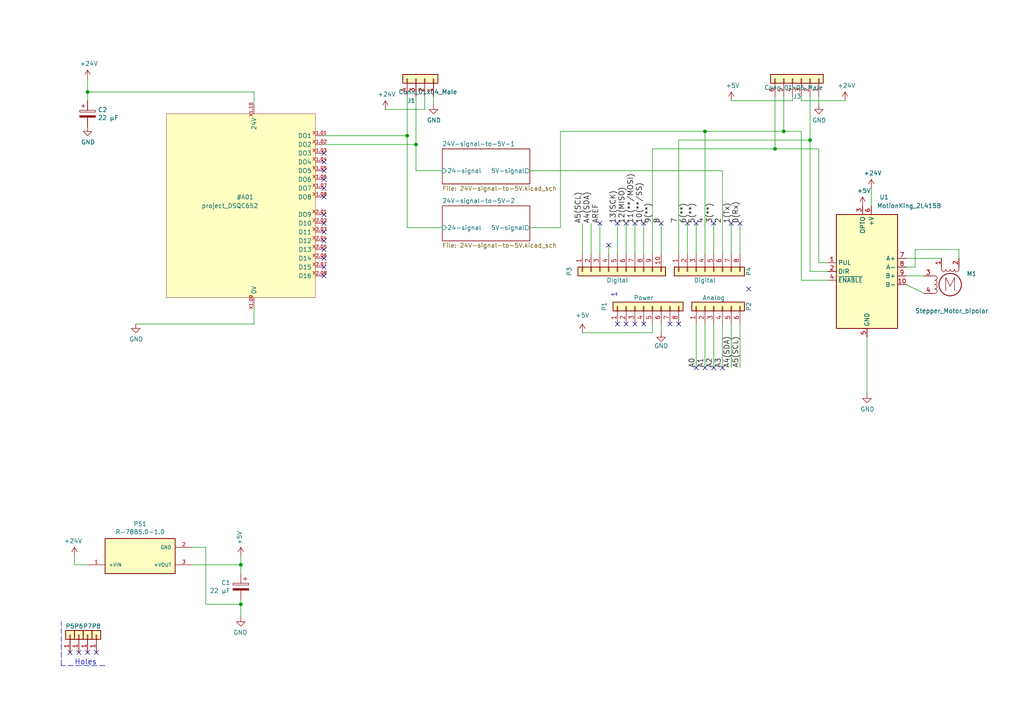
<source format=kicad_sch>
(kicad_sch (version 20211123) (generator eeschema)
  (paper "A4")
  (title_block (title "EXTRUDER CONTROL") (date "2021-11-01") (company "bioDigital Matter Lab") (comment 1 "Anton Tetov"))
  (lib_symbols
    (symbol "Connector_Generic:Conn_01x01" (pin_names (offset 1.016) hide)
      (property "Reference" "J" (at 0 2.54 0))
      (property "Value" "Conn_01x01" (at 0 -2.54 0))
      (symbol "Conn_01x01_1_1"
        (rectangle (start -1.27 0.127) (end 0 -0.127) (stroke (width 0.1524)))
        (rectangle (start -1.27 1.27) (end 1.27 -1.27) (stroke (width 0.254)) (fill (type background)))
        (pin passive line (at -5.08 0 0) (length 3.81) (name "Pin_1") (number "1"))
      )
    )
    (symbol "Connector_Generic:Conn_01x04" (pin_names (offset 1.016) hide)
      (property "Reference" "J" (at 0 5.08 0))
      (property "Value" "Conn_01x04" (at 0 -7.62 0))
      (symbol "Conn_01x04_1_1"
        (rectangle (start -1.27 -4.953) (end 0 -5.207) (stroke (width 0.1524)))
        (rectangle (start -1.27 -2.413) (end 0 -2.667) (stroke (width 0.1524)))
        (rectangle (start -1.27 0.127) (end 0 -0.127) (stroke (width 0.1524)))
        (rectangle (start -1.27 2.667) (end 0 2.413) (stroke (width 0.1524)))
        (rectangle (start -1.27 3.81) (end 1.27 -6.35) (stroke (width 0.254)) (fill (type background)))
        (pin passive line (at -5.08 2.54 0) (length 3.81) (name "Pin_1") (number "1"))
        (pin passive line (at -5.08 0 0) (length 3.81) (name "Pin_2") (number "2"))
        (pin passive line (at -5.08 -2.54 0) (length 3.81) (name "Pin_3") (number "3"))
        (pin passive line (at -5.08 -5.08 0) (length 3.81) (name "Pin_4") (number "4"))
      )
    )
    (symbol "Connector_Generic:Conn_01x06" (pin_names (offset 1.016) hide)
      (property "Reference" "J" (at 0 7.62 0))
      (property "Value" "Conn_01x06" (at 0 -10.16 0))
      (symbol "Conn_01x06_1_1"
        (rectangle (start -1.27 -7.493) (end 0 -7.747) (stroke (width 0.1524)))
        (rectangle (start -1.27 -4.953) (end 0 -5.207) (stroke (width 0.1524)))
        (rectangle (start -1.27 -2.413) (end 0 -2.667) (stroke (width 0.1524)))
        (rectangle (start -1.27 0.127) (end 0 -0.127) (stroke (width 0.1524)))
        (rectangle (start -1.27 2.667) (end 0 2.413) (stroke (width 0.1524)))
        (rectangle (start -1.27 5.207) (end 0 4.953) (stroke (width 0.1524)))
        (rectangle (start -1.27 6.35) (end 1.27 -8.89) (stroke (width 0.254)) (fill (type background)))
        (pin passive line (at -5.08 5.08 0) (length 3.81) (name "Pin_1") (number "1"))
        (pin passive line (at -5.08 2.54 0) (length 3.81) (name "Pin_2") (number "2"))
        (pin passive line (at -5.08 0 0) (length 3.81) (name "Pin_3") (number "3"))
        (pin passive line (at -5.08 -2.54 0) (length 3.81) (name "Pin_4") (number "4"))
        (pin passive line (at -5.08 -5.08 0) (length 3.81) (name "Pin_5") (number "5"))
        (pin passive line (at -5.08 -7.62 0) (length 3.81) (name "Pin_6") (number "6"))
      )
    )
    (symbol "Connector_Generic:Conn_01x08" (pin_names (offset 1.016) hide)
      (property "Reference" "J" (at 0 10.16 0))
      (property "Value" "Conn_01x08" (at 0 -12.7 0))
      (symbol "Conn_01x08_1_1"
        (rectangle (start -1.27 -10.033) (end 0 -10.287) (stroke (width 0.1524)))
        (rectangle (start -1.27 -7.493) (end 0 -7.747) (stroke (width 0.1524)))
        (rectangle (start -1.27 -4.953) (end 0 -5.207) (stroke (width 0.1524)))
        (rectangle (start -1.27 -2.413) (end 0 -2.667) (stroke (width 0.1524)))
        (rectangle (start -1.27 0.127) (end 0 -0.127) (stroke (width 0.1524)))
        (rectangle (start -1.27 2.667) (end 0 2.413) (stroke (width 0.1524)))
        (rectangle (start -1.27 5.207) (end 0 4.953) (stroke (width 0.1524)))
        (rectangle (start -1.27 7.747) (end 0 7.493) (stroke (width 0.1524)))
        (rectangle (start -1.27 8.89) (end 1.27 -11.43) (stroke (width 0.254)) (fill (type background)))
        (pin passive line (at -5.08 7.62 0) (length 3.81) (name "Pin_1") (number "1"))
        (pin passive line (at -5.08 5.08 0) (length 3.81) (name "Pin_2") (number "2"))
        (pin passive line (at -5.08 2.54 0) (length 3.81) (name "Pin_3") (number "3"))
        (pin passive line (at -5.08 0 0) (length 3.81) (name "Pin_4") (number "4"))
        (pin passive line (at -5.08 -2.54 0) (length 3.81) (name "Pin_5") (number "5"))
        (pin passive line (at -5.08 -5.08 0) (length 3.81) (name "Pin_6") (number "6"))
        (pin passive line (at -5.08 -7.62 0) (length 3.81) (name "Pin_7") (number "7"))
        (pin passive line (at -5.08 -10.16 0) (length 3.81) (name "Pin_8") (number "8"))
      )
    )
    (symbol "Connector_Generic:Conn_01x10" (pin_names (offset 1.016) hide)
      (property "Reference" "J" (at 0 12.7 0))
      (property "Value" "Conn_01x10" (at 0 -15.24 0))
      (symbol "Conn_01x10_1_1"
        (rectangle (start -1.27 -12.573) (end 0 -12.827) (stroke (width 0.1524)))
        (rectangle (start -1.27 -10.033) (end 0 -10.287) (stroke (width 0.1524)))
        (rectangle (start -1.27 -7.493) (end 0 -7.747) (stroke (width 0.1524)))
        (rectangle (start -1.27 -4.953) (end 0 -5.207) (stroke (width 0.1524)))
        (rectangle (start -1.27 -2.413) (end 0 -2.667) (stroke (width 0.1524)))
        (rectangle (start -1.27 0.127) (end 0 -0.127) (stroke (width 0.1524)))
        (rectangle (start -1.27 2.667) (end 0 2.413) (stroke (width 0.1524)))
        (rectangle (start -1.27 5.207) (end 0 4.953) (stroke (width 0.1524)))
        (rectangle (start -1.27 7.747) (end 0 7.493) (stroke (width 0.1524)))
        (rectangle (start -1.27 10.287) (end 0 10.033) (stroke (width 0.1524)))
        (rectangle (start -1.27 11.43) (end 1.27 -13.97) (stroke (width 0.254)) (fill (type background)))
        (pin passive line (at -5.08 10.16 0) (length 3.81) (name "Pin_1") (number "1"))
        (pin passive line (at -5.08 -12.7 0) (length 3.81) (name "Pin_10") (number "10"))
        (pin passive line (at -5.08 7.62 0) (length 3.81) (name "Pin_2") (number "2"))
        (pin passive line (at -5.08 5.08 0) (length 3.81) (name "Pin_3") (number "3"))
        (pin passive line (at -5.08 2.54 0) (length 3.81) (name "Pin_4") (number "4"))
        (pin passive line (at -5.08 0 0) (length 3.81) (name "Pin_5") (number "5"))
        (pin passive line (at -5.08 -2.54 0) (length 3.81) (name "Pin_6") (number "6"))
        (pin passive line (at -5.08 -5.08 0) (length 3.81) (name "Pin_7") (number "7"))
        (pin passive line (at -5.08 -7.62 0) (length 3.81) (name "Pin_8") (number "8"))
        (pin passive line (at -5.08 -10.16 0) (length 3.81) (name "Pin_9") (number "9"))
      )
    )
    (symbol "Device:C_Polarized" (pin_numbers hide) (pin_names (offset 0.254))
      (property "Reference" "C" (at 0.635 2.54 0))
      (property "Value" "C_Polarized" (at 0.635 -2.54 0))
      (symbol "C_Polarized_0_1"
        (rectangle (start -2.286 0.508) (end 2.286 1.016))
        (polyline (pts (xy -1.778 2.286) (xy -0.762 2.286)))
        (polyline (pts (xy -1.27 2.794) (xy -1.27 1.778)))
        (rectangle (start 2.286 -0.508) (end -2.286 -1.016) (fill (type outline)))
      )
      (symbol "C_Polarized_1_1"
        (pin passive line (at 0 3.81 270) (length 2.794) (name "~") (number "1"))
        (pin passive line (at 0 -3.81 90) (length 2.794) (name "~") (number "2"))
      )
    )
    (symbol "Motor:Stepper_Motor_bipolar" (pin_names (offset 0) hide)
      (property "Reference" "M" (at 3.81 2.54 0))
      (property "Value" "Stepper_Motor_bipolar" (at 3.81 1.27 0))
      (symbol "Stepper_Motor_bipolar_0_0"
        (polyline (pts (xy -1.27 -1.778) (xy -1.27 2.032) (xy 0 -0.508) (xy 1.27 2.032) (xy 1.27 -1.778)))
      )
      (symbol "Stepper_Motor_bipolar_0_1"
        (arc (start -4.445 -2.54) (mid -3.81 -1.905) (end -4.445 -1.27))
        (arc (start -4.445 -1.27) (mid -3.81 -0.635) (end -4.445 0))
        (arc (start -4.445 0) (mid -3.81 0.635) (end -4.445 1.27))
        (arc (start -4.445 1.27) (mid -3.81 1.905) (end -4.445 2.54))
        (arc (start -2.54 4.445) (mid -1.905 3.81) (end -1.27 4.445))
        (arc (start -1.27 4.445) (mid -0.635 3.81) (end 0 4.445))
        (polyline (pts (xy -5.08 -2.54) (xy -4.445 -2.54)))
        (polyline (pts (xy -5.08 2.54) (xy -4.445 2.54)))
        (polyline (pts (xy -2.54 5.08) (xy -2.54 4.445)))
        (polyline (pts (xy 2.54 5.08) (xy 2.54 4.445)))
        (circle (center 0 0) (radius 3.2512) (stroke (width 0.254)))
        (arc (start 0 4.445) (mid 0.635 3.81) (end 1.27 4.445))
        (arc (start 1.27 4.445) (mid 1.905 3.81) (end 2.54 4.445))
      )
      (symbol "Stepper_Motor_bipolar_1_1"
        (pin passive line (at -2.54 7.62 270) (length 2.54) (name "~") (number "1"))
        (pin passive line (at 2.54 7.62 270) (length 2.54) (name "-") (number "2"))
        (pin passive line (at -7.62 2.54 0) (length 2.54) (name "~") (number "3"))
        (pin passive line (at -7.62 -2.54 0) (length 2.54) (name "~") (number "4"))
      )
    )
    (symbol "power:+24V" (power) (pin_names (offset 0))
      (property "Value" "+24V" (at 0 3.556 0))
      (symbol "+24V_0_1"
        (polyline (pts (xy -0.762 1.27) (xy 0 2.54)))
        (polyline (pts (xy 0 0) (xy 0 2.54)))
        (polyline (pts (xy 0 2.54) (xy 0.762 1.27)))
      )
      (symbol "+24V_1_1"
        (pin power_in line (at 0 0 90) (length 0) hide (name "+24V") (number "1"))
      )
    )
    (symbol "power:+5V" (power) (pin_names (offset 0))
      (property "Value" "+5V" (at 0 3.556 0))
      (symbol "+5V_0_1"
        (polyline (pts (xy -0.762 1.27) (xy 0 2.54)))
        (polyline (pts (xy 0 0) (xy 0 2.54)))
        (polyline (pts (xy 0 2.54) (xy 0.762 1.27)))
      )
      (symbol "+5V_1_1"
        (pin power_in line (at 0 0 90) (length 0) hide (name "+5V") (number "1"))
      )
    )
    (symbol "power:GND" (power) (pin_names (offset 0))
      (property "Value" "GND" (at 0 -3.81 0))
      (symbol "GND_0_1"
        (polyline (pts (xy 0 0) (xy 0 -1.27) (xy 1.27 -1.27) (xy 0 -2.54) (xy -1.27 -1.27) (xy 0 -1.27)))
      )
      (symbol "GND_1_1"
        (pin power_in line (at 0 0 270) (length 0) hide (name "GND") (number "1"))
      )
    )
    (symbol "project:DSQC652" (power) (pin_names (offset 1.016))
      (property "Value" "DSQC652" (at -16.51 27.94 0))
      (symbol "DSQC652_0_0"
        (pin output line (at 24.13 20.32 180) (length 2.54) (name "DO1") (number "X1.01"))
        (pin power_in line (at 3.81 -29.21 90) (length 2.54) (name "0V") (number "X1.09"))
        (pin power_out line (at 3.81 29.21 270) (length 2.54) (name "24V") (number "X1.10"))
      )
      (symbol "DSQC652_0_1"
        (rectangle (start 21.59 -26.67) (end -21.59 26.67) (stroke (width 0.1016)) (fill (type background)))
      )
      (symbol "DSQC652_1_1"
        (pin output line (at 24.13 17.78 180) (length 2.54) (name "DO2") (number "X1.02"))
        (pin output line (at 24.13 15.24 180) (length 2.54) (name "DO3") (number "X1.03"))
        (pin output line (at 24.13 12.7 180) (length 2.54) (name "DO4") (number "X1.04"))
        (pin output line (at 24.13 10.16 180) (length 2.54) (name "DO5") (number "X1.05"))
        (pin output line (at 24.13 7.62 180) (length 2.54) (name "DO6") (number "X1.06"))
        (pin output line (at 24.13 5.08 180) (length 2.54) (name "DO7") (number "X1.07"))
        (pin output line (at 24.13 2.54 180) (length 2.54) (name "DO8") (number "X1.08"))
        (pin output line (at 24.13 -2.54 180) (length 2.54) (name "DO9") (number "X2.01"))
        (pin output line (at 24.13 -5.08 180) (length 2.54) (name "D10") (number "X2.02"))
        (pin output line (at 24.13 -7.62 180) (length 2.54) (name "D11") (number "X2.03"))
        (pin output line (at 24.13 -10.16 180) (length 2.54) (name "D12") (number "X2.04"))
        (pin output line (at 24.13 -12.7 180) (length 2.54) (name "D13") (number "X2.05"))
        (pin output line (at 24.13 -15.24 180) (length 2.54) (name "D14") (number "X2.06"))
        (pin output line (at 24.13 -17.78 180) (length 2.54) (name "D15") (number "X2.07"))
        (pin output line (at 24.13 -20.32 180) (length 2.54) (name "D16") (number "X2.08"))
      )
    )
    (symbol "project:project_MotionKing_2L415B"
      (property "Reference" "A" (at 7.62 17.78 0))
      (property "Value" "project_MotionKing_2L415B" (at -3.81 17.78 0))
      (symbol "project_MotionKing_2L415B_0_1"
        (rectangle (start 8.89 -16.51) (end -8.89 16.51) (stroke (width 0.254)) (fill (type background)))
      )
      (symbol "project_MotionKing_2L415B_1_1"
        (pin input line (at -11.43 2.54 0) (length 2.54) (name "PUL") (number "1"))
        (pin output line (at 11.43 -3.81 180) (length 2.54) (name "B-") (number "10"))
        (pin input line (at -11.43 0 0) (length 2.54) (name "DIR") (number "2"))
        (pin power_in line (at -1.27 19.05 270) (length 2.54) (name "OPTO") (number "3"))
        (pin input line (at -11.43 -2.54 0) (length 2.54) (name "~{ENABLE}") (number "4"))
        (pin power_in line (at 0 -19.05 90) (length 2.54) (name "GND") (number "5"))
        (pin power_in line (at 1.27 19.05 270) (length 2.54) (name "+V") (number "6"))
        (pin output line (at 11.43 3.81 180) (length 2.54) (name "A+") (number "7"))
        (pin output line (at 11.43 1.27 180) (length 2.54) (name "A-") (number "8"))
        (pin output line (at 11.43 -1.27 180) (length 2.54) (name "B+") (number "9"))
      )
    )
    (symbol "project:project_R-78B5.0-1.0" (pin_names (offset 1.016))
      (property "Reference" "PS" (at -10.16 6.35 0))
      (property "Value" "project_R-78B5.0-1.0" (at -10.16 -7.62 0))
      (symbol "project_R-78B5.0-1.0_0_0"
        (rectangle (start -10.16 -5.08) (end 10.16 5.08) (stroke (width 0.254)) (fill (type background)))
        (pin input line (at -15.24 2.54 0) (length 5.08) (name "+VIN") (number "1"))
        (pin power_in line (at 15.24 -2.54 180) (length 5.08) (name "GND") (number "2"))
        (pin output line (at 15.24 2.54 180) (length 5.08) (name "+VOUT") (number "3"))
      )
    )
  )
  (junction (at 224.79 43.18))
  (junction (at 69.85 175.26))
  (junction (at 25.4 26.67))
  (junction (at 69.85 163.83))
  (junction (at 204.47 38.1))
  (junction (at 120.65 41.91))
  (junction (at 118.11 39.37))
  (junction (at 227.33 38.1))
  (junction (at 234.95 40.64))
  (no_connect (at 93.98 49.53))
  (no_connect (at 212.09 64.77))
  (no_connect (at 194.31 93.98))
  (no_connect (at 93.98 72.39))
  (no_connect (at 93.98 57.15))
  (no_connect (at 217.17 83.82))
  (no_connect (at 93.98 67.31))
  (no_connect (at 204.47 106.68))
  (no_connect (at 214.63 64.77))
  (no_connect (at 201.93 106.68))
  (no_connect (at 27.94 189.23))
  (no_connect (at 22.86 189.23))
  (no_connect (at 181.61 64.77))
  (no_connect (at 196.85 93.98))
  (no_connect (at 201.93 64.77))
  (no_connect (at 93.98 46.99))
  (no_connect (at 181.61 93.98))
  (no_connect (at 186.69 93.98))
  (no_connect (at 93.98 64.77))
  (no_connect (at 93.98 74.93))
  (no_connect (at 25.4 189.23))
  (no_connect (at 179.07 64.77))
  (no_connect (at 207.01 64.77))
  (no_connect (at 191.77 64.77))
  (no_connect (at 93.98 44.45))
  (no_connect (at 93.98 62.23))
  (no_connect (at 93.98 77.47))
  (no_connect (at 209.55 106.68))
  (no_connect (at 173.99 64.77))
  (no_connect (at 186.69 64.77))
  (no_connect (at 179.07 93.98))
  (no_connect (at 93.98 52.07))
  (no_connect (at 93.98 54.61))
  (no_connect (at 199.39 64.77))
  (no_connect (at 176.53 71.12))
  (no_connect (at 207.01 106.68))
  (no_connect (at 20.32 189.23))
  (no_connect (at 93.98 69.85))
  (no_connect (at 184.15 93.98))
  (no_connect (at 184.15 64.77))
  (no_connect (at 93.98 80.01))
  (wire (pts (xy 181.61 73.66) (xy 181.61 64.77)))
  (wire (pts (xy 69.85 163.83) (xy 69.85 166.37)))
  (wire (pts (xy 171.45 73.66) (xy 171.45 64.77)))
  (wire (pts (xy 212.09 29.21) (xy 229.87 29.21)))
  (wire (pts (xy 214.63 73.66) (xy 214.63 64.77)))
  (wire (pts (xy 69.85 175.26) (xy 69.85 179.07)))
  (wire (pts (xy 162.56 66.04) (xy 153.67 66.04)))
  (wire (pts (xy 128.27 49.53) (xy 120.65 49.53)))
  (wire (pts (xy 120.65 41.91) (xy 120.65 49.53)))
  (wire (pts (xy 212.09 73.66) (xy 212.09 64.77)))
  (wire (pts (xy 232.41 29.21) (xy 232.41 27.94)))
  (wire (pts (xy 201.93 93.98) (xy 201.93 106.68)))
  (wire (pts (xy 189.23 73.66) (xy 189.23 43.18)))
  (wire (pts (xy 191.77 93.98) (xy 191.77 96.52)))
  (wire (pts (xy 118.11 39.37) (xy 118.11 66.04)))
  (wire (pts (xy 186.69 73.66) (xy 186.69 64.77)))
  (wire (pts (xy 245.11 29.21) (xy 232.41 29.21)))
  (wire (pts (xy 69.85 161.29) (xy 69.85 163.83)))
  (wire (pts (xy 93.98 41.91) (xy 120.65 41.91)))
  (wire (pts (xy 173.99 73.66) (xy 173.99 64.77)))
  (wire (pts (xy 21.59 161.29) (xy 21.59 163.83)))
  (wire (pts (xy 234.95 78.74) (xy 240.03 78.74)))
  (wire (pts (xy 196.85 40.64) (xy 234.95 40.64)))
  (wire (pts (xy 209.55 49.53) (xy 153.67 49.53)))
  (wire (pts (xy 224.79 43.18) (xy 237.49 43.18)))
  (wire (pts (xy 237.49 76.2) (xy 240.03 76.2)))
  (wire (pts (xy 267.97 80.01) (xy 262.89 80.01)))
  (wire (pts (xy 189.23 96.52) (xy 168.91 96.52)))
  (polyline (pts (xy 30.48 193.04) (xy 17.78 193.04)))
  (wire (pts (xy 237.49 27.94) (xy 237.49 30.48)))
  (wire (pts (xy 265.43 72.39) (xy 265.43 77.47)))
  (wire (pts (xy 234.95 27.94) (xy 234.95 40.64)))
  (wire (pts (xy 59.69 158.75) (xy 55.88 158.75)))
  (wire (pts (xy 204.47 38.1) (xy 204.47 73.66)))
  (wire (pts (xy 212.09 93.98) (xy 212.09 106.68)))
  (wire (pts (xy 234.95 40.64) (xy 234.95 78.74)))
  (wire (pts (xy 93.98 39.37) (xy 118.11 39.37)))
  (wire (pts (xy 111.76 31.75) (xy 123.19 31.75)))
  (wire (pts (xy 214.63 93.98) (xy 214.63 106.68)))
  (wire (pts (xy 118.11 27.94) (xy 118.11 39.37)))
  (wire (pts (xy 73.66 93.98) (xy 73.66 88.9)))
  (wire (pts (xy 232.41 81.28) (xy 240.03 81.28)))
  (wire (pts (xy 251.46 97.79) (xy 251.46 114.3)))
  (wire (pts (xy 120.65 27.94) (xy 120.65 41.91)))
  (wire (pts (xy 69.85 173.99) (xy 69.85 175.26)))
  (wire (pts (xy 204.47 38.1) (xy 227.33 38.1)))
  (wire (pts (xy 59.69 175.26) (xy 69.85 175.26)))
  (wire (pts (xy 204.47 93.98) (xy 204.47 106.68)))
  (wire (pts (xy 189.23 43.18) (xy 224.79 43.18)))
  (wire (pts (xy 209.55 93.98) (xy 209.55 106.68)))
  (wire (pts (xy 199.39 64.77) (xy 199.39 73.66)))
  (wire (pts (xy 232.41 38.1) (xy 232.41 81.28)))
  (wire (pts (xy 25.4 26.67) (xy 73.66 26.67)))
  (wire (pts (xy 118.11 66.04) (xy 128.27 66.04)))
  (wire (pts (xy 204.47 38.1) (xy 162.56 38.1)))
  (wire (pts (xy 237.49 43.18) (xy 237.49 76.2)))
  (wire (pts (xy 196.85 40.64) (xy 196.85 73.66)))
  (wire (pts (xy 39.37 93.98) (xy 73.66 93.98)))
  (wire (pts (xy 207.01 93.98) (xy 207.01 106.68)))
  (wire (pts (xy 207.01 73.66) (xy 207.01 64.77)))
  (wire (pts (xy 191.77 73.66) (xy 191.77 64.77)))
  (wire (pts (xy 278.13 72.39) (xy 278.13 74.93)))
  (wire (pts (xy 262.89 82.55) (xy 267.97 85.09)))
  (wire (pts (xy 184.15 73.66) (xy 184.15 64.77)))
  (wire (pts (xy 229.87 29.21) (xy 229.87 27.94)))
  (wire (pts (xy 21.59 163.83) (xy 25.4 163.83)))
  (wire (pts (xy 162.56 38.1) (xy 162.56 66.04)))
  (wire (pts (xy 189.23 93.98) (xy 189.23 96.52)))
  (wire (pts (xy 227.33 38.1) (xy 227.33 27.94)))
  (polyline (pts (xy 17.78 193.04) (xy 17.78 180.34)))
  (wire (pts (xy 69.85 163.83) (xy 55.88 163.83)))
  (wire (pts (xy 252.73 54.61) (xy 252.73 59.69)))
  (wire (pts (xy 59.69 158.75) (xy 59.69 175.26)))
  (wire (pts (xy 201.93 73.66) (xy 201.93 64.77)))
  (wire (pts (xy 262.89 74.93) (xy 273.05 74.93)))
  (wire (pts (xy 25.4 26.67) (xy 25.4 22.86)))
  (wire (pts (xy 176.53 73.66) (xy 176.53 71.12)))
  (wire (pts (xy 265.43 72.39) (xy 278.13 72.39)))
  (wire (pts (xy 179.07 73.66) (xy 179.07 64.77)))
  (wire (pts (xy 125.73 27.94) (xy 125.73 30.48)))
  (wire (pts (xy 209.55 49.53) (xy 209.55 73.66)))
  (wire (pts (xy 262.89 77.47) (xy 265.43 77.47)))
  (wire (pts (xy 25.4 29.21) (xy 25.4 26.67)))
  (wire (pts (xy 224.79 27.94) (xy 224.79 43.18)))
  (wire (pts (xy 123.19 27.94) (xy 123.19 31.75)))
  (wire (pts (xy 227.33 38.1) (xy 232.41 38.1)))
  (wire (pts (xy 168.91 73.66) (xy 168.91 64.77)))
  (wire (pts (xy 73.66 26.67) (xy 73.66 30.48)))
  (text "1" (at 179.07 86.36 90) (effects (font (size 1.524 1.524)) (justify left bottom)))
  (text "Holes" (at 21.59 193.04 0) (effects (font (size 1.524 1.524)) (justify left bottom)))
  (label "12(MISO)" (at 181.61 64.77 90) (effects (font (size 1.524 1.524))))
  (label "0(Rx)" (at 214.63 64.77 90) (effects (font (size 1.524 1.524))))
  (label "A5(SCL)" (at 168.91 64.77 90) (effects (font (size 1.524 1.524))))
  (label "6(**)" (at 199.39 64.77 90) (effects (font (size 1.524 1.524))))
  (label "A3" (at 209.55 106.68 90) (effects (font (size 1.524 1.524))))
  (label "13(SCK)" (at 179.07 64.77 90) (effects (font (size 1.524 1.524))))
  (label "A1" (at 204.47 106.68 90) (effects (font (size 1.524 1.524))))
  (label "3(**)" (at 207.01 64.77 90) (effects (font (size 1.524 1.524))))
  (label "A2" (at 207.01 106.68 90) (effects (font (size 1.524 1.524))))
  (label "A0" (at 201.93 106.68 90) (effects (font (size 1.524 1.524))))
  (label "A4(SDA)" (at 171.45 64.77 90) (effects (font (size 1.524 1.524))))
  (label "4" (at 204.47 64.77 90) (effects (font (size 1.524 1.524))))
  (label "7" (at 196.85 64.77 90) (effects (font (size 1.524 1.524))))
  (label "A4(SDA)" (at 212.09 106.68 90) (effects (font (size 1.524 1.524))))
  (label "1(Tx)" (at 212.09 64.77 90) (effects (font (size 1.524 1.524))))
  (label "10(**/SS)" (at 186.69 64.77 90) (effects (font (size 1.524 1.524))))
  (label "8" (at 191.77 64.77 90) (effects (font (size 1.524 1.524))))
  (label "5(**)" (at 201.93 64.77 90) (effects (font (size 1.524 1.524))))
  (label "2" (at 209.55 64.77 90) (effects (font (size 1.524 1.524))))
  (label "9(**)" (at 189.23 64.77 90) (effects (font (size 1.524 1.524))))
  (label "A5(SCL)" (at 214.63 106.68 90) (effects (font (size 1.524 1.524))))
  (label "11(**/MOSI)" (at 184.15 64.77 90) (effects (font (size 1.524 1.524))))
  (label "AREF" (at 173.99 64.77 90) (effects (font (size 1.524 1.524))))
  (symbol (lib_id "Connector_Generic:Conn_01x08") (at 186.69 88.9 90) (unit 1)
    (property "Reference" "P1" (at 175.26 88.9 0))
    (property "Value" "Power" (at 186.69 86.36 90))
    (property "Footprint" "project:Socket_Strip_Arduino_1x08" (effects hide))
  )
  (symbol (lib_id "power:GND") (at 191.77 96.52 0) (unit 1)
    (property "Reference" "#PWR0111" (effects hide))
    (property "Value" "GND" (at 191.77 100.33 0))
  )
  (symbol (lib_id "Connector_Generic:Conn_01x06") (at 207.01 88.9 90) (unit 1)
    (property "Reference" "P2" (at 217.17 88.9 0))
    (property "Value" "Analog" (at 207.01 86.36 90))
    (property "Footprint" "project:Socket_Strip_Arduino_1x06" (effects hide))
  )
  (symbol (lib_id "Connector_Generic:Conn_01x01") (at 20.32 184.15 90) (unit 1)
    (property "Reference" "P5" (at 20.32 181.61 90))
    (property "Value" "CONN_01X01" (effects hide))
    (property "Footprint" "project:Arduino_1pin" (effects hide))
  )
  (symbol (lib_id "Connector_Generic:Conn_01x01") (at 22.86 184.15 90) (unit 1)
    (property "Reference" "P6" (at 22.86 181.61 90))
    (property "Value" "CONN_01X01" (effects hide))
    (property "Footprint" "project:Arduino_1pin" (effects hide))
  )
  (symbol (lib_id "Connector_Generic:Conn_01x01") (at 25.4 184.15 90) (unit 1)
    (property "Reference" "P7" (at 25.4 181.61 90))
    (property "Value" "CONN_01X01" (effects hide))
    (property "Footprint" "project:Arduino_1pin" (effects hide))
  )
  (symbol (lib_id "Connector_Generic:Conn_01x01") (at 27.94 184.15 90) (unit 1)
    (property "Reference" "P8" (at 27.94 181.61 90))
    (property "Value" "CONN_01X01" (effects hide))
    (property "Footprint" "project:Arduino_1pin" (effects hide))
  )
  (symbol (lib_id "Connector_Generic:Conn_01x08") (at 204.47 78.74 90) (mirror x) (unit 1)
    (property "Reference" "P4" (at 217.17 78.74 0))
    (property "Value" "Digital" (at 204.47 81.28 90))
    (property "Footprint" "project:Socket_Strip_Arduino_1x08" (effects hide))
  )
  (symbol (lib_id "Connector_Generic:Conn_01x10") (at 179.07 78.74 90) (mirror x) (unit 1)
    (property "Reference" "P3" (at 165.1 78.74 0))
    (property "Value" "Digital" (at 179.07 81.28 90))
    (property "Footprint" "project:Socket_Strip_Arduino_1x10" (effects hide))
  )
  (symbol (lib_id "Motor:Stepper_Motor_bipolar") (at 275.59 82.55 0) (unit 1)
    (property "Reference" "M1" (at 280.3652 79.4004 0) (effects (justify left)))
    (property "Value" "Stepper_Motor_bipolar" (at 265.43 90.17 0) (effects (justify left)))
    (property "Datasheet" "http://www.infineon.com/dgdl/Application-Note-TLE8110EE_driving_UniPolarStepperMotor_V1.1.pdf?fileId=db3a30431be39b97011be5d0aa0a00b0" (effects hide))
  )
  (symbol (lib_id "project:project_MotionKing_2L415B") (at 251.46 78.74 0) (unit 1)
    (property "Reference" "U1" (at 257.81 57.15 0) (effects (justify right)))
    (property "Value" "MotionKing_2L415B" (at 273.05 59.69 0) (effects (justify right)))
    (property "Datasheet" "http://www.motionking.com/download/2L415B_Instruction_Rev.E.pdf" (effects hide))
  )
  (symbol (lib_id "project:DSQC652") (at 69.85 59.69 0) (unit 1)
    (property "Reference" "#A01" (at 71.12 57.15 0))
    (property "Value" "project_DSQC652" (at 74.93 59.69 0) (effects (justify right)))
    (property "Datasheet" "https://abb.sluzba.cz/Pages/Public/IRC5RoboticsDocumentationRW6/Controllers/Options%20for%20IRC5/en/3HAC050992-001.pdf" (effects hide))
  )
  (symbol (lib_id "Connector_Generic:Conn_01x04") (at 123.19 22.86 270) (mirror x) (unit 1)
    (property "Reference" "J1" (at 118.11 29.21 90) (effects (justify left)))
    (property "Value" "Conn_01x04_Male" (at 115.57 26.67 90) (effects (justify left)))
    (property "Footprint" "Connector_Molex:Molex_Micro-Fit_3.0_43045-0400_2x02_P3.00mm_Horizontal" (effects hide))
  )
  (symbol (lib_id "Device:C_Polarized") (at 25.4 33.02 0) (unit 1)
    (property "Reference" "C2" (at 28.3972 31.8516 0) (effects (justify left)))
    (property "Value" "22 µF" (at 28.3972 34.163 0) (effects (justify left)))
    (property "Footprint" "Capacitor_THT:CP_Radial_D6.3mm_P2.50mm" (effects hide))
  )
  (symbol (lib_id "power:GND") (at 25.4 36.83 0) (unit 1)
    (property "Reference" "#PWR0104" (effects hide))
    (property "Value" "GND" (at 25.527 41.2242 0))
  )
  (symbol (lib_id "power:GND") (at 125.73 30.48 0) (unit 1)
    (property "Reference" "#PWR0105" (effects hide))
    (property "Value" "GND" (at 125.857 34.8742 0))
  )
  (symbol (lib_id "power:GND") (at 69.85 179.07 0) (mirror y) (unit 1)
    (property "Reference" "#PWR0116" (effects hide))
    (property "Value" "GND" (at 69.723 183.4642 0))
  )
  (symbol (lib_id "Device:C_Polarized") (at 69.85 170.18 0) (mirror y) (unit 1)
    (property "Reference" "C1" (at 66.8528 169.0116 0) (effects (justify left)))
    (property "Value" "22 µF" (at 66.8528 171.323 0) (effects (justify left)))
    (property "Footprint" "Capacitor_THT:CP_Radial_D6.3mm_P2.50mm" (effects hide))
  )
  (symbol (lib_id "power:GND") (at 251.46 114.3 0) (unit 1)
    (property "Reference" "#PWR0112" (effects hide))
    (property "Value" "GND" (at 251.587 118.6942 0))
  )
  (symbol (lib_id "power:+5V") (at 250.19 59.69 0) (unit 1)
    (property "Reference" "#PWR0107" (effects hide))
    (property "Value" "+5V" (at 250.571 55.2958 0))
  )
  (symbol (lib_id "power:+24V") (at 25.4 22.86 0) (unit 1)
    (property "Reference" "#PWR0103" (effects hide))
    (property "Value" "+24V" (at 25.781 18.4658 0))
  )
  (symbol (lib_id "power:+24V") (at 111.76 31.75 0) (unit 1)
    (property "Reference" "#PWR0102" (effects hide))
    (property "Value" "+24V" (at 112.141 27.3558 0))
  )
  (symbol (lib_id "project:project_R-78B5.0-1.0") (at 40.64 161.29 0) (mirror x) (unit 1)
    (property "Reference" "PS1" (at 40.64 151.9682 0))
    (property "Value" "R-78B5.0-1.0" (at 40.64 154.2796 0))
    (property "Footprint" "project:R-78B5.0-1.0" (effects hide))
    (property "MANUFACTURER" "RECOM" (effects hide))
    (property "PARTREV" "4/2019" (effects hide))
    (property "MAXIMUM_PACKAGE_HEIGHT" "17.5mm" (effects hide))
    (property "STANDARD" "Manufacturer Recommendations" (effects hide))
  )
  (symbol (lib_id "power:GND") (at 39.37 93.98 0) (unit 1)
    (property "Reference" "#PWR0113" (effects hide))
    (property "Value" "GND" (at 39.497 98.3742 0))
  )
  (symbol (lib_id "power:+24V") (at 21.59 161.29 0) (mirror y) (unit 1)
    (property "Reference" "#PWR0115" (effects hide))
    (property "Value" "+24V" (at 21.209 156.8958 0))
  )
  (symbol (lib_id "power:+5V") (at 69.85 161.29 0) (mirror y) (unit 1)
    (property "Reference" "#PWR0114" (effects hide))
    (property "Value" "+5V" (at 69.469 158.0388 90) (effects (justify left)))
  )
  (symbol (lib_id "power:GND") (at 237.49 30.48 0) (unit 1)
    (property "Reference" "#PWR0109" (effects hide))
    (property "Value" "GND" (at 237.617 34.8742 0))
  )
  (symbol (lib_id "Connector_Generic:Conn_01x06") (at 232.41 22.86 270) (mirror x) (unit 1)
    (property "Reference" "J3" (at 232.41 27.94 90) (effects (justify right)))
    (property "Value" "Conn_01x06_Male" (at 238.76 25.4 90) (effects (justify right)))
    (property "Footprint" "Connector_Molex:Molex_Micro-Fit_3.0_43045-0600_2x03_P3.00mm_Horizontal" (effects hide))
  )
  (symbol (lib_id "power:+5V") (at 212.09 29.21 0) (unit 1)
    (property "Reference" "#PWR0106" (effects hide))
    (property "Value" "+5V" (at 212.471 24.8158 0))
  )
  (symbol (lib_id "power:+24V") (at 245.11 29.21 0) (unit 1)
    (property "Reference" "#PWR0110" (effects hide))
    (property "Value" "+24V" (at 245.491 24.8158 0))
  )
  (symbol (lib_id "power:+24V") (at 252.73 54.61 0) (unit 1)
    (property "Reference" "#PWR0108" (effects hide))
    (property "Value" "+24V" (at 253.111 50.2158 0))
  )
  (symbol (lib_id "power:+5V") (at 168.91 96.52 0) (unit 1)
    (property "Reference" "#PWR0101" (effects hide))
    (property "Value" "+5V" (at 168.91 91.44 0))
  )
  (sheet (at 128.27 59.69) (size 25.4 10.16)
    (property "Sheet name" "24V-signal-to-5V-2" (at 128.27 58.9784 0) (effects (justify left bottom)))
    (property "Sheet file" "24V-signal-to-5V.kicad_sch" (at 128.27 70.4346 0) (effects (justify left top)))
    (pin "24-signal" input (at 128.27 66.04 180))
    (pin "5V-signal" output (at 153.67 66.04 0))
  )
  (sheet (at 128.27 43.18) (size 25.4 10.16)
    (property "Sheet name" "24V-signal-to-5V-1" (at 128.27 42.4684 0) (effects (justify left bottom)))
    (property "Sheet file" "24V-signal-to-5V.kicad_sch" (at 128.27 53.9246 0) (effects (justify left top)))
    (pin "24-signal" input (at 128.27 49.53 180))
    (pin "5V-signal" output (at 153.67 49.53 0))
  )
)
</source>
